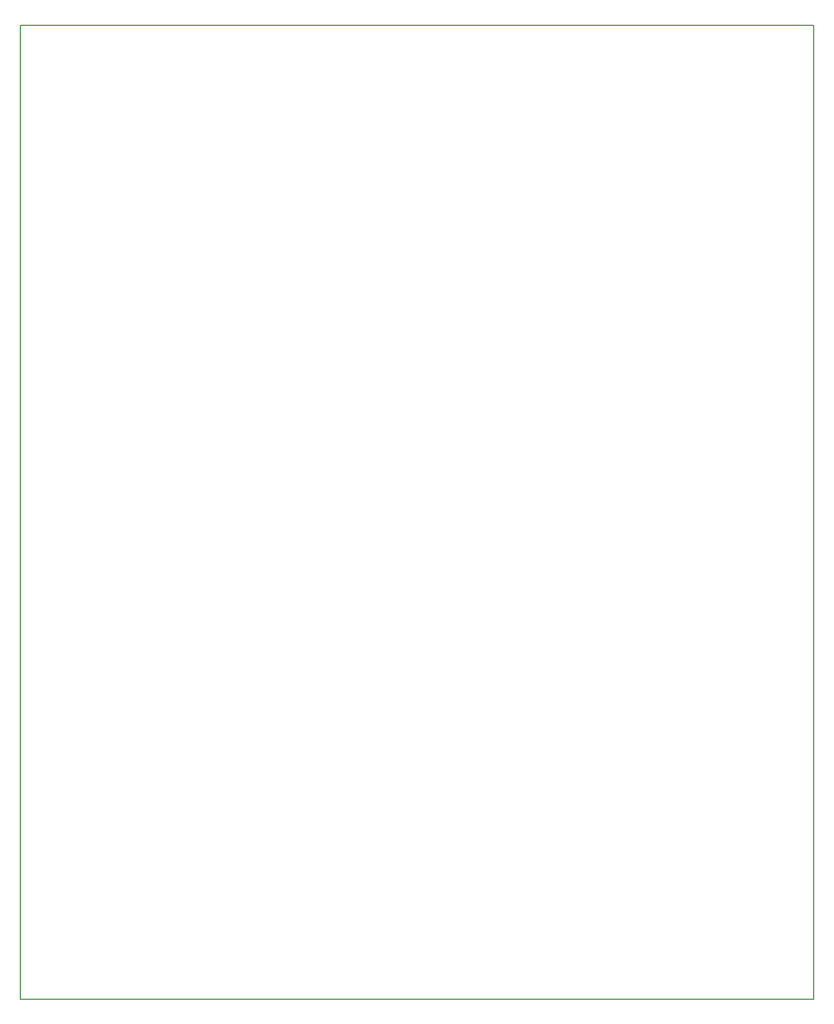
<source format=gbr>
G04 #@! TF.FileFunction,Profile,NP*
%FSLAX46Y46*%
G04 Gerber Fmt 4.6, Leading zero omitted, Abs format (unit mm)*
G04 Created by KiCad (PCBNEW 4.0.6) date 09/10/17 19:14:27*
%MOMM*%
%LPD*%
G01*
G04 APERTURE LIST*
%ADD10C,0.100000*%
%ADD11C,0.200000*%
G04 APERTURE END LIST*
D10*
D11*
X12700000Y-12700000D02*
X134747000Y-12700000D01*
X134747000Y-162560000D02*
X12700000Y-162560000D01*
X134747000Y-12700000D02*
X134747000Y-162560000D01*
X12700000Y-162560000D02*
X12700000Y-12700000D01*
M02*

</source>
